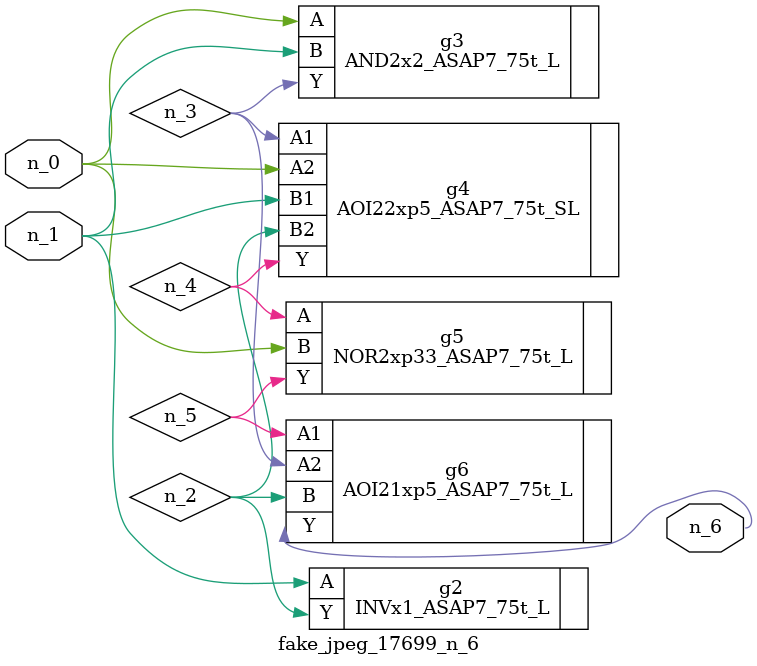
<source format=v>
module fake_jpeg_17699_n_6 (n_0, n_1, n_6);

input n_0;
input n_1;

output n_6;

wire n_2;
wire n_3;
wire n_4;
wire n_5;

INVx1_ASAP7_75t_L g2 ( 
.A(n_1),
.Y(n_2)
);

AND2x2_ASAP7_75t_L g3 ( 
.A(n_0),
.B(n_1),
.Y(n_3)
);

AOI22xp5_ASAP7_75t_SL g4 ( 
.A1(n_3),
.A2(n_0),
.B1(n_1),
.B2(n_2),
.Y(n_4)
);

NOR2xp33_ASAP7_75t_L g5 ( 
.A(n_4),
.B(n_0),
.Y(n_5)
);

AOI21xp5_ASAP7_75t_L g6 ( 
.A1(n_5),
.A2(n_3),
.B(n_2),
.Y(n_6)
);


endmodule
</source>
